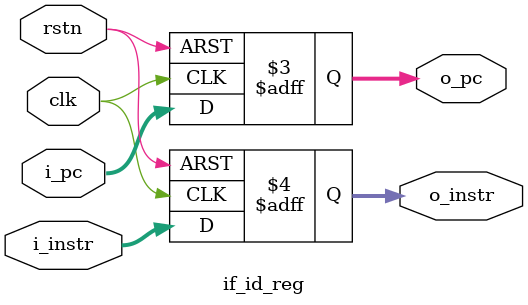
<source format=sv>
/* Creator: ZY (Jiyoon An) */

module if_id_reg (
    input clk,
    input rstn,
    input      [31:0] i_pc,
    input      [31:0] i_instr,
    output reg [31:0] o_pc,
    output reg [31:0] o_instr
);

    always @(posedge clk or negedge rstn) begin
        if (!rstn) begin
            o_pc    <= 32'b0;
            o_instr <= 32'b0;
        end else begin
            o_pc    <= i_pc;
            o_instr <= i_instr;
        end
    end

endmodule

</source>
